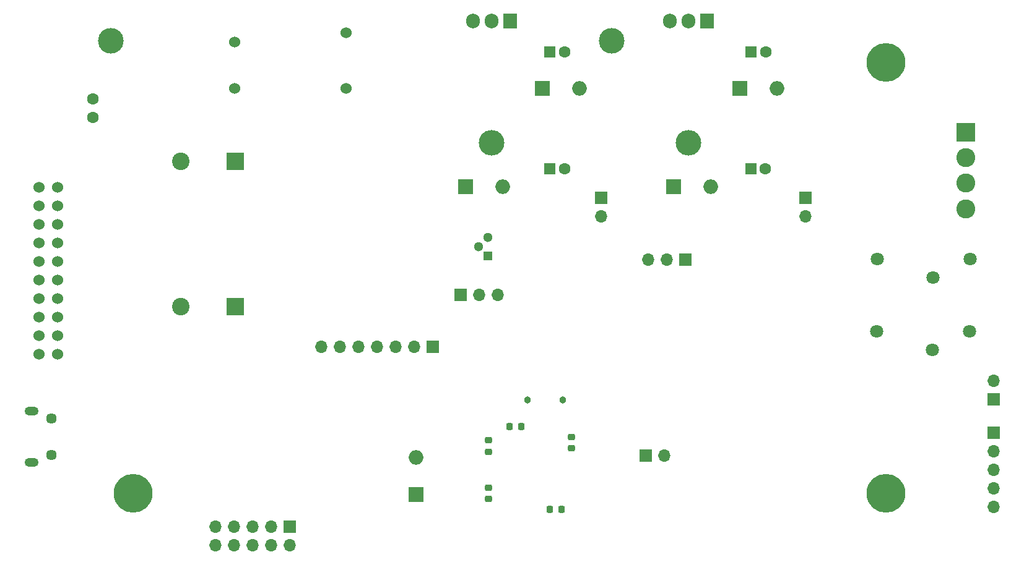
<source format=gbs>
G04 #@! TF.GenerationSoftware,KiCad,Pcbnew,7.0.8-7.0.8~ubuntu22.04.1*
G04 #@! TF.CreationDate,2024-01-26T16:09:12+01:00*
G04 #@! TF.ProjectId,torso,746f7273-6f2e-46b6-9963-61645f706362,1.1*
G04 #@! TF.SameCoordinates,Original*
G04 #@! TF.FileFunction,Soldermask,Bot*
G04 #@! TF.FilePolarity,Negative*
%FSLAX46Y46*%
G04 Gerber Fmt 4.6, Leading zero omitted, Abs format (unit mm)*
G04 Created by KiCad (PCBNEW 7.0.8-7.0.8~ubuntu22.04.1) date 2024-01-26 16:09:12*
%MOMM*%
%LPD*%
G01*
G04 APERTURE LIST*
G04 Aperture macros list*
%AMRoundRect*
0 Rectangle with rounded corners*
0 $1 Rounding radius*
0 $2 $3 $4 $5 $6 $7 $8 $9 X,Y pos of 4 corners*
0 Add a 4 corners polygon primitive as box body*
4,1,4,$2,$3,$4,$5,$6,$7,$8,$9,$2,$3,0*
0 Add four circle primitives for the rounded corners*
1,1,$1+$1,$2,$3*
1,1,$1+$1,$4,$5*
1,1,$1+$1,$6,$7*
1,1,$1+$1,$8,$9*
0 Add four rect primitives between the rounded corners*
20,1,$1+$1,$2,$3,$4,$5,0*
20,1,$1+$1,$4,$5,$6,$7,0*
20,1,$1+$1,$6,$7,$8,$9,0*
20,1,$1+$1,$8,$9,$2,$3,0*%
G04 Aperture macros list end*
%ADD10C,5.300000*%
%ADD11R,1.700000X1.700000*%
%ADD12O,1.700000X1.700000*%
%ADD13R,2.400000X2.400000*%
%ADD14C,2.400000*%
%ADD15R,2.000000X2.000000*%
%ADD16O,2.000000X2.000000*%
%ADD17R,1.600000X1.600000*%
%ADD18C,1.600000*%
%ADD19C,1.524000*%
%ADD20O,3.500000X3.500000*%
%ADD21R,1.905000X2.000000*%
%ADD22O,1.905000X2.000000*%
%ADD23C,1.800000*%
%ADD24R,1.300000X1.300000*%
%ADD25C,1.300000*%
%ADD26C,3.500000*%
%ADD27O,1.900000X1.200000*%
%ADD28C,1.450000*%
%ADD29C,0.965200*%
%ADD30R,2.600000X2.600000*%
%ADD31C,2.600000*%
%ADD32C,1.600200*%
%ADD33RoundRect,0.225000X-0.250000X0.225000X-0.250000X-0.225000X0.250000X-0.225000X0.250000X0.225000X0*%
%ADD34RoundRect,0.225000X-0.225000X-0.250000X0.225000X-0.250000X0.225000X0.250000X-0.225000X0.250000X0*%
%ADD35RoundRect,0.225000X0.250000X-0.225000X0.250000X0.225000X-0.250000X0.225000X-0.250000X-0.225000X0*%
%ADD36RoundRect,0.225000X0.225000X0.250000X-0.225000X0.250000X-0.225000X-0.250000X0.225000X-0.250000X0*%
G04 APERTURE END LIST*
D10*
X48500000Y-90500000D03*
D11*
X118625000Y-85300000D03*
D12*
X121165000Y-85300000D03*
D13*
X62500000Y-64900000D03*
D14*
X55000000Y-64900000D03*
D15*
X104460000Y-35000000D03*
D16*
X109540000Y-35000000D03*
D17*
X133000000Y-46000000D03*
D18*
X135000000Y-46000000D03*
D11*
X166200000Y-77600000D03*
D12*
X166200000Y-75060000D03*
D19*
X77620000Y-35040000D03*
X62380000Y-35040000D03*
X62380000Y-28690000D03*
X77620000Y-27420000D03*
D10*
X151500000Y-31500000D03*
D11*
X166200000Y-82200000D03*
D12*
X166200000Y-84740000D03*
X166200000Y-87280000D03*
X166200000Y-89820000D03*
X166200000Y-92360000D03*
D17*
X133044888Y-30000000D03*
D18*
X135044888Y-30000000D03*
D15*
X93960000Y-48500000D03*
D16*
X99040000Y-48500000D03*
D20*
X97500000Y-42430000D03*
D21*
X100040000Y-25770000D03*
D22*
X97500000Y-25770000D03*
X94960000Y-25770000D03*
D15*
X87200000Y-90640000D03*
D16*
X87200000Y-85560000D03*
D23*
X150175000Y-68324999D03*
X157795000Y-70864999D03*
X162875000Y-68324999D03*
D11*
X124079999Y-58500000D03*
D12*
X121539999Y-58500000D03*
X118999999Y-58500000D03*
D20*
X124500000Y-42430000D03*
D21*
X127040000Y-25770000D03*
D22*
X124500000Y-25770000D03*
X121960000Y-25770000D03*
D24*
X97000000Y-58000000D03*
D25*
X95730000Y-56730000D03*
X97000000Y-55460000D03*
D26*
X114000000Y-28500000D03*
D11*
X93300000Y-63300000D03*
D12*
X95840000Y-63300000D03*
X98380000Y-63300000D03*
D13*
X62500000Y-45000000D03*
D14*
X55000000Y-45000000D03*
D27*
X34600000Y-79200000D03*
D28*
X37300000Y-80200000D03*
X37300000Y-85200000D03*
D27*
X34600000Y-86200000D03*
D19*
X35660000Y-48540000D03*
X35660000Y-51080000D03*
X35660000Y-53620000D03*
X35660000Y-56160000D03*
X35660000Y-58700000D03*
X35660000Y-61240000D03*
X35660000Y-63780000D03*
X35660000Y-66320000D03*
X35660000Y-68860000D03*
X35660000Y-71400000D03*
X38200000Y-48540000D03*
X38200000Y-51080000D03*
X38200000Y-53620000D03*
X38200000Y-56160000D03*
X38200000Y-58700000D03*
X38200000Y-61240000D03*
X38200000Y-63780000D03*
X38200000Y-66320000D03*
X38200000Y-68860000D03*
X38200000Y-71400000D03*
D23*
X150300000Y-58400000D03*
X157920000Y-60940000D03*
X163000000Y-58400000D03*
D15*
X122460000Y-48500000D03*
D16*
X127540000Y-48500000D03*
D11*
X112500000Y-50000000D03*
D12*
X112500000Y-52540000D03*
D17*
X105500000Y-30000000D03*
D18*
X107500000Y-30000000D03*
D11*
X140500000Y-50000000D03*
D12*
X140500000Y-52540000D03*
D26*
X45500000Y-28500000D03*
D29*
X107300000Y-77700000D03*
X102419999Y-77700000D03*
D11*
X89520000Y-70400000D03*
D12*
X86980000Y-70400000D03*
X84440000Y-70400000D03*
X81900000Y-70400000D03*
X79360000Y-70400000D03*
X76820000Y-70400000D03*
X74280000Y-70400000D03*
D30*
X162400000Y-41000000D03*
D31*
X162400000Y-44500000D03*
X162400000Y-48000000D03*
X162400000Y-51500000D03*
D15*
X131500000Y-35000000D03*
D16*
X136580000Y-35000000D03*
D32*
X43000000Y-39000000D03*
X43000000Y-36460000D03*
D11*
X69940000Y-95060000D03*
D12*
X69940000Y-97600000D03*
X67400000Y-95060000D03*
X67400000Y-97600000D03*
X64860000Y-95060000D03*
X64860000Y-97600000D03*
X62320000Y-95060000D03*
X62320000Y-97600000D03*
X59780000Y-95060000D03*
X59780000Y-97600000D03*
D17*
X105500000Y-46000000D03*
D18*
X107500000Y-46000000D03*
D10*
X151500000Y-90500000D03*
D33*
X97100000Y-89725000D03*
X97100000Y-91275000D03*
X97100000Y-83225000D03*
X97100000Y-84775000D03*
D34*
X105525000Y-92700000D03*
X107075000Y-92700000D03*
D35*
X108500000Y-84275000D03*
X108500000Y-82725000D03*
D36*
X101575000Y-81300000D03*
X100025000Y-81300000D03*
M02*

</source>
